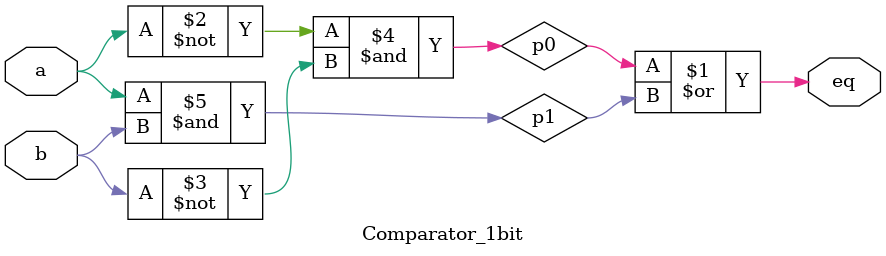
<source format=sv>
/* File:            Comparator_1bit.sv
 * Author:          Caglayan DOKME, caglayandokme@gmail.com
 * Date:            May 10, 2021 -> Created
 * Description:     Compares 1-bit signals and detects equality.
 * Original Code:   FPGA Prototyping by System Verilog Examples, Pong Chu, Listing 1.1
 */
 
`timescale 1ns / 1ps

// IO Ports
module Comparator_1bit(
    input a,
    input b,
    output eq);

// Signal Declaration
logic p0, p1;

// Body
assign eq = p0 | p1;    // Sum of two product terms

// Product terms 
assign p0 = ~a & ~b;
assign p1 = a & b;

endmodule

</source>
